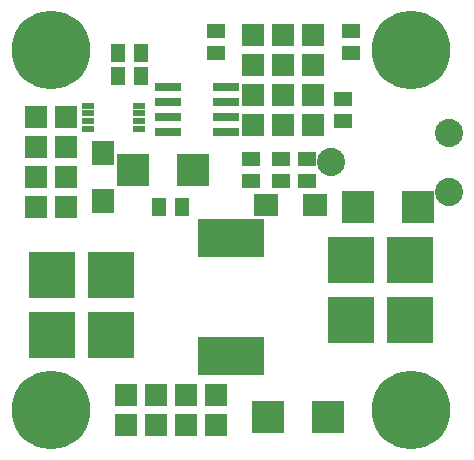
<source format=gbr>
G75*
G70*
%OFA0B0*%
%FSLAX24Y24*%
%IPPOS*%
%LPD*%
%AMOC8*
5,1,8,0,0,1.08239X$1,22.5*
%
%ADD10R,0.0430X0.0245*%
%ADD11R,0.0730X0.0730*%
%ADD12R,0.1084X0.1064*%
%ADD13R,0.0470X0.0590*%
%ADD14R,0.2245X0.1261*%
%ADD15R,0.0590X0.0470*%
%ADD16R,0.0749X0.0789*%
%ADD17R,0.0789X0.0749*%
%ADD18C,0.2620*%
%ADD19R,0.1580X0.1580*%
%ADD20R,0.0860X0.0300*%
%ADD21C,0.0940*%
D10*
X003412Y011546D03*
X003412Y011802D03*
X003412Y012058D03*
X003412Y012314D03*
X005115Y012314D03*
X005115Y012058D03*
X005115Y011802D03*
X005115Y011546D03*
D11*
X002680Y011930D03*
X002680Y010930D03*
X002680Y009930D03*
X002680Y008930D03*
X001680Y008930D03*
X001680Y009930D03*
X001680Y010930D03*
X001680Y011930D03*
X008930Y011680D03*
X008930Y012680D03*
X008930Y013680D03*
X009930Y013680D03*
X009930Y012680D03*
X009930Y011680D03*
X010930Y011680D03*
X010930Y012680D03*
X010930Y013680D03*
X010930Y014680D03*
X009930Y014680D03*
X008930Y014680D03*
X007680Y002680D03*
X006680Y002680D03*
X005680Y002680D03*
X005680Y001680D03*
X006680Y001680D03*
X007680Y001680D03*
X004680Y001680D03*
X004680Y002680D03*
D12*
X009436Y001930D03*
X011424Y001930D03*
X012436Y008930D03*
X014424Y008930D03*
X006924Y010180D03*
X004936Y010180D03*
D13*
X005806Y008930D03*
X006554Y008930D03*
X005179Y013305D03*
X004431Y013305D03*
X004431Y014055D03*
X005179Y014055D03*
D14*
X008180Y007899D03*
X008180Y003961D03*
D15*
X008868Y009806D03*
X008868Y010554D03*
X009868Y010554D03*
X009868Y009806D03*
X010743Y009806D03*
X010743Y010554D03*
X011930Y011806D03*
X011930Y012554D03*
X012180Y014056D03*
X012180Y014804D03*
X007680Y014804D03*
X007680Y014056D03*
D16*
X003930Y010737D03*
X003930Y009123D03*
D17*
X009373Y008993D03*
X010987Y008993D03*
D18*
X002180Y002180D03*
X002180Y014180D03*
X014180Y014180D03*
X014180Y002180D03*
D19*
X014149Y005180D03*
X012180Y005180D03*
X012180Y007180D03*
X014149Y007180D03*
X004180Y006680D03*
X002211Y006680D03*
X002211Y004680D03*
X004180Y004680D03*
D20*
X006085Y011430D03*
X006085Y011930D03*
X006085Y012430D03*
X006085Y012930D03*
X008025Y012930D03*
X008025Y012430D03*
X008025Y011930D03*
X008025Y011430D03*
D21*
X011524Y010430D03*
X015461Y009446D03*
X015461Y011414D03*
M02*

</source>
